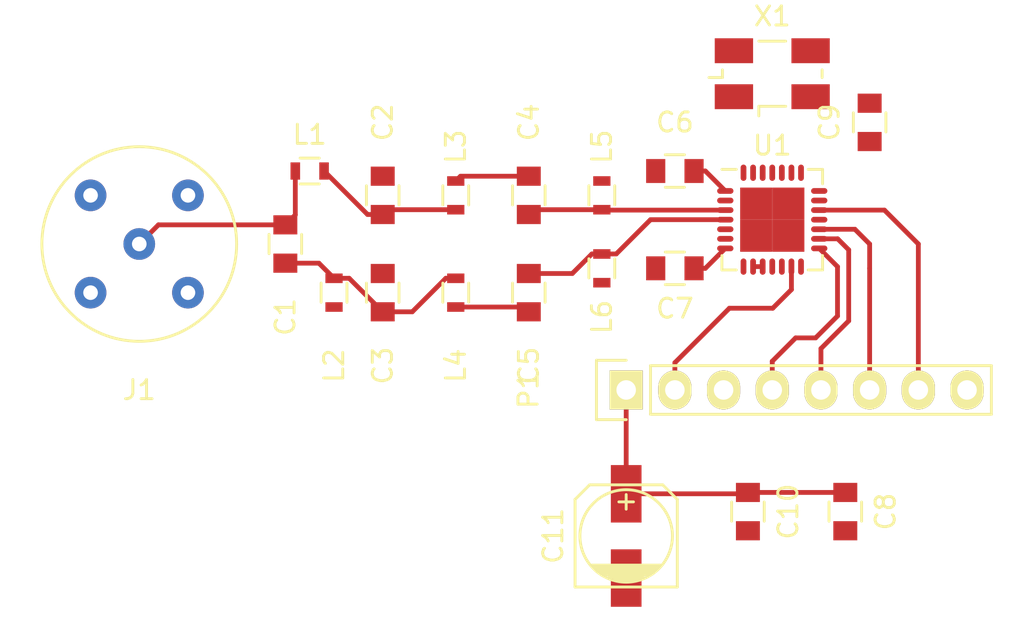
<source format=kicad_pcb>
(kicad_pcb (version 4) (host pcbnew 4.0.4-1.fc25-product)

  (general
    (links 47)
    (no_connects 23)
    (area 0 0 0 0)
    (thickness 1.6)
    (drawings 0)
    (tracks 62)
    (zones 0)
    (modules 21)
    (nets 33)
  )

  (page A4)
  (layers
    (0 F.Cu signal)
    (31 B.Cu signal)
    (32 B.Adhes user)
    (33 F.Adhes user)
    (34 B.Paste user)
    (35 F.Paste user)
    (36 B.SilkS user)
    (37 F.SilkS user)
    (38 B.Mask user)
    (39 F.Mask user)
    (40 Dwgs.User user)
    (41 Cmts.User user)
    (42 Eco1.User user)
    (43 Eco2.User user)
    (44 Edge.Cuts user)
    (45 Margin user)
    (46 B.CrtYd user)
    (47 F.CrtYd user)
    (48 B.Fab user)
    (49 F.Fab user)
  )

  (setup
    (last_trace_width 0.25)
    (trace_clearance 0.2)
    (zone_clearance 0.508)
    (zone_45_only no)
    (trace_min 0.2)
    (segment_width 0.2)
    (edge_width 0.15)
    (via_size 0.6)
    (via_drill 0.4)
    (via_min_size 0.4)
    (via_min_drill 0.3)
    (uvia_size 0.3)
    (uvia_drill 0.1)
    (uvias_allowed no)
    (uvia_min_size 0.2)
    (uvia_min_drill 0.1)
    (pcb_text_width 0.3)
    (pcb_text_size 1.5 1.5)
    (mod_edge_width 0.15)
    (mod_text_size 1 1)
    (mod_text_width 0.15)
    (pad_size 1.524 1.524)
    (pad_drill 0.762)
    (pad_to_mask_clearance 0.2)
    (aux_axis_origin 0 0)
    (visible_elements FFFFFF7F)
    (pcbplotparams
      (layerselection 0x00030_80000001)
      (usegerberextensions false)
      (excludeedgelayer true)
      (linewidth 0.100000)
      (plotframeref false)
      (viasonmask false)
      (mode 1)
      (useauxorigin false)
      (hpglpennumber 1)
      (hpglpenspeed 20)
      (hpglpendiameter 15)
      (hpglpenoverlay 2)
      (psnegative false)
      (psa4output false)
      (plotreference true)
      (plotvalue true)
      (plotinvisibletext false)
      (padsonsilk false)
      (subtractmaskfromsilk false)
      (outputformat 1)
      (mirror false)
      (drillshape 1)
      (scaleselection 1)
      (outputdirectory ""))
  )

  (net 0 "")
  (net 1 "Net-(C1-Pad1)")
  (net 2 ANT_OUT)
  (net 3 "Net-(C2-Pad1)")
  (net 4 "Net-(C2-Pad2)")
  (net 5 GND)
  (net 6 "Net-(C4-Pad1)")
  (net 7 "Net-(C4-Pad2)")
  (net 8 "Net-(C5-Pad1)")
  (net 9 "Net-(C5-Pad2)")
  (net 10 "Net-(C6-Pad1)")
  (net 11 "Net-(C7-Pad1)")
  (net 12 VDD)
  (net 13 SYSCLK)
  (net 14 SEL)
  (net 15 CLK)
  (net 16 MISO)
  (net 17 MOSI)
  (net 18 IRQ)
  (net 19 "Net-(U1-Pad5)")
  (net 20 "Net-(U1-Pad8)")
  (net 21 "Net-(U1-Pad10)")
  (net 22 "Net-(U1-Pad11)")
  (net 23 "Net-(U1-Pad12)")
  (net 24 ~SEL)
  (net 25 "Net-(U1-Pad18)")
  (net 26 "Net-(U1-Pad20)")
  (net 27 "Net-(U1-Pad21)")
  (net 28 "Net-(U1-Pad22)")
  (net 29 "Net-(U1-Pad24)")
  (net 30 "Net-(U1-Pad27)")
  (net 31 "Net-(U1-Pad28)")
  (net 32 "Net-(X1-Pad3)")

  (net_class Default "This is the default net class."
    (clearance 0.2)
    (trace_width 0.25)
    (via_dia 0.6)
    (via_drill 0.4)
    (uvia_dia 0.3)
    (uvia_drill 0.1)
    (add_net ANT_OUT)
    (add_net CLK)
    (add_net GND)
    (add_net IRQ)
    (add_net MISO)
    (add_net MOSI)
    (add_net "Net-(C1-Pad1)")
    (add_net "Net-(C2-Pad1)")
    (add_net "Net-(C2-Pad2)")
    (add_net "Net-(C4-Pad1)")
    (add_net "Net-(C4-Pad2)")
    (add_net "Net-(C5-Pad1)")
    (add_net "Net-(C5-Pad2)")
    (add_net "Net-(C6-Pad1)")
    (add_net "Net-(C7-Pad1)")
    (add_net "Net-(U1-Pad10)")
    (add_net "Net-(U1-Pad11)")
    (add_net "Net-(U1-Pad12)")
    (add_net "Net-(U1-Pad18)")
    (add_net "Net-(U1-Pad20)")
    (add_net "Net-(U1-Pad21)")
    (add_net "Net-(U1-Pad22)")
    (add_net "Net-(U1-Pad24)")
    (add_net "Net-(U1-Pad27)")
    (add_net "Net-(U1-Pad28)")
    (add_net "Net-(U1-Pad5)")
    (add_net "Net-(U1-Pad8)")
    (add_net "Net-(X1-Pad3)")
    (add_net SEL)
    (add_net SYSCLK)
    (add_net VDD)
    (add_net ~SEL)
  )

  (module Capacitors_SMD:C_0805 (layer F.Cu) (tedit 58827DF2) (tstamp 58827A34)
    (at 100.33 96.52 90)
    (descr "Capacitor SMD 0805, reflow soldering, AVX (see smccp.pdf)")
    (tags "capacitor 0805")
    (path /58823BCE)
    (attr smd)
    (fp_text reference C1 (at -3.81 0 90) (layer F.SilkS)
      (effects (font (size 1 1) (thickness 0.15)))
    )
    (fp_text value 5.1pF (at 0 2.1 90) (layer F.Fab)
      (effects (font (size 1 1) (thickness 0.15)))
    )
    (fp_line (start -1.8 -1) (end 1.8 -1) (layer F.CrtYd) (width 0.05))
    (fp_line (start -1.8 1) (end 1.8 1) (layer F.CrtYd) (width 0.05))
    (fp_line (start -1.8 -1) (end -1.8 1) (layer F.CrtYd) (width 0.05))
    (fp_line (start 1.8 -1) (end 1.8 1) (layer F.CrtYd) (width 0.05))
    (fp_line (start 0.5 -0.85) (end -0.5 -0.85) (layer F.SilkS) (width 0.15))
    (fp_line (start -0.5 0.85) (end 0.5 0.85) (layer F.SilkS) (width 0.15))
    (pad 1 smd rect (at -1 0 90) (size 1 1.25) (layers F.Cu F.Paste F.Mask)
      (net 1 "Net-(C1-Pad1)"))
    (pad 2 smd rect (at 1 0 90) (size 1 1.25) (layers F.Cu F.Paste F.Mask)
      (net 2 ANT_OUT))
    (model Capacitors_SMD.3dshapes/C_0805.wrl
      (at (xyz 0 0 0))
      (scale (xyz 1 1 1))
      (rotate (xyz 0 0 0))
    )
  )

  (module Capacitors_SMD:C_0805 (layer F.Cu) (tedit 58827D44) (tstamp 58827A3A)
    (at 105.41 93.98 270)
    (descr "Capacitor SMD 0805, reflow soldering, AVX (see smccp.pdf)")
    (tags "capacitor 0805")
    (path /5882375D)
    (attr smd)
    (fp_text reference C2 (at -3.81 0 270) (layer F.SilkS)
      (effects (font (size 1 1) (thickness 0.15)))
    )
    (fp_text value 11pF (at 0 2.1 270) (layer F.Fab)
      (effects (font (size 1 1) (thickness 0.15)))
    )
    (fp_line (start -1.8 -1) (end 1.8 -1) (layer F.CrtYd) (width 0.05))
    (fp_line (start -1.8 1) (end 1.8 1) (layer F.CrtYd) (width 0.05))
    (fp_line (start -1.8 -1) (end -1.8 1) (layer F.CrtYd) (width 0.05))
    (fp_line (start 1.8 -1) (end 1.8 1) (layer F.CrtYd) (width 0.05))
    (fp_line (start 0.5 -0.85) (end -0.5 -0.85) (layer F.SilkS) (width 0.15))
    (fp_line (start -0.5 0.85) (end 0.5 0.85) (layer F.SilkS) (width 0.15))
    (pad 1 smd rect (at -1 0 270) (size 1 1.25) (layers F.Cu F.Paste F.Mask)
      (net 3 "Net-(C2-Pad1)"))
    (pad 2 smd rect (at 1 0 270) (size 1 1.25) (layers F.Cu F.Paste F.Mask)
      (net 4 "Net-(C2-Pad2)"))
    (model Capacitors_SMD.3dshapes/C_0805.wrl
      (at (xyz 0 0 0))
      (scale (xyz 1 1 1))
      (rotate (xyz 0 0 0))
    )
  )

  (module Capacitors_SMD:C_0805 (layer F.Cu) (tedit 58827DD0) (tstamp 58827A40)
    (at 105.41 99.06 270)
    (descr "Capacitor SMD 0805, reflow soldering, AVX (see smccp.pdf)")
    (tags "capacitor 0805")
    (path /58823798)
    (attr smd)
    (fp_text reference C3 (at 3.81 0 270) (layer F.SilkS)
      (effects (font (size 1 1) (thickness 0.15)))
    )
    (fp_text value 5.6pF (at 0 2.1 270) (layer F.Fab)
      (effects (font (size 1 1) (thickness 0.15)))
    )
    (fp_line (start -1.8 -1) (end 1.8 -1) (layer F.CrtYd) (width 0.05))
    (fp_line (start -1.8 1) (end 1.8 1) (layer F.CrtYd) (width 0.05))
    (fp_line (start -1.8 -1) (end -1.8 1) (layer F.CrtYd) (width 0.05))
    (fp_line (start 1.8 -1) (end 1.8 1) (layer F.CrtYd) (width 0.05))
    (fp_line (start 0.5 -0.85) (end -0.5 -0.85) (layer F.SilkS) (width 0.15))
    (fp_line (start -0.5 0.85) (end 0.5 0.85) (layer F.SilkS) (width 0.15))
    (pad 1 smd rect (at -1 0 270) (size 1 1.25) (layers F.Cu F.Paste F.Mask)
      (net 5 GND))
    (pad 2 smd rect (at 1 0 270) (size 1 1.25) (layers F.Cu F.Paste F.Mask)
      (net 1 "Net-(C1-Pad1)"))
    (model Capacitors_SMD.3dshapes/C_0805.wrl
      (at (xyz 0 0 0))
      (scale (xyz 1 1 1))
      (rotate (xyz 0 0 0))
    )
  )

  (module Capacitors_SMD:C_0805 (layer F.Cu) (tedit 58827D3F) (tstamp 58827A46)
    (at 113.03 93.98 90)
    (descr "Capacitor SMD 0805, reflow soldering, AVX (see smccp.pdf)")
    (tags "capacitor 0805")
    (path /5882353E)
    (attr smd)
    (fp_text reference C4 (at 3.81 0 90) (layer F.SilkS)
      (effects (font (size 1 1) (thickness 0.15)))
    )
    (fp_text value 4.3pF (at 0 2.1 90) (layer F.Fab)
      (effects (font (size 1 1) (thickness 0.15)))
    )
    (fp_line (start -1.8 -1) (end 1.8 -1) (layer F.CrtYd) (width 0.05))
    (fp_line (start -1.8 1) (end 1.8 1) (layer F.CrtYd) (width 0.05))
    (fp_line (start -1.8 -1) (end -1.8 1) (layer F.CrtYd) (width 0.05))
    (fp_line (start 1.8 -1) (end 1.8 1) (layer F.CrtYd) (width 0.05))
    (fp_line (start 0.5 -0.85) (end -0.5 -0.85) (layer F.SilkS) (width 0.15))
    (fp_line (start -0.5 0.85) (end 0.5 0.85) (layer F.SilkS) (width 0.15))
    (pad 1 smd rect (at -1 0 90) (size 1 1.25) (layers F.Cu F.Paste F.Mask)
      (net 6 "Net-(C4-Pad1)"))
    (pad 2 smd rect (at 1 0 90) (size 1 1.25) (layers F.Cu F.Paste F.Mask)
      (net 7 "Net-(C4-Pad2)"))
    (model Capacitors_SMD.3dshapes/C_0805.wrl
      (at (xyz 0 0 0))
      (scale (xyz 1 1 1))
      (rotate (xyz 0 0 0))
    )
  )

  (module Capacitors_SMD:C_0805 (layer F.Cu) (tedit 58827DA6) (tstamp 58827A4C)
    (at 113.03 99.06 270)
    (descr "Capacitor SMD 0805, reflow soldering, AVX (see smccp.pdf)")
    (tags "capacitor 0805")
    (path /58823579)
    (attr smd)
    (fp_text reference C5 (at 3.81 0 270) (layer F.SilkS)
      (effects (font (size 1 1) (thickness 0.15)))
    )
    (fp_text value 4.3pF (at 0 2.1 270) (layer F.Fab)
      (effects (font (size 1 1) (thickness 0.15)))
    )
    (fp_line (start -1.8 -1) (end 1.8 -1) (layer F.CrtYd) (width 0.05))
    (fp_line (start -1.8 1) (end 1.8 1) (layer F.CrtYd) (width 0.05))
    (fp_line (start -1.8 -1) (end -1.8 1) (layer F.CrtYd) (width 0.05))
    (fp_line (start 1.8 -1) (end 1.8 1) (layer F.CrtYd) (width 0.05))
    (fp_line (start 0.5 -0.85) (end -0.5 -0.85) (layer F.SilkS) (width 0.15))
    (fp_line (start -0.5 0.85) (end 0.5 0.85) (layer F.SilkS) (width 0.15))
    (pad 1 smd rect (at -1 0 270) (size 1 1.25) (layers F.Cu F.Paste F.Mask)
      (net 8 "Net-(C5-Pad1)"))
    (pad 2 smd rect (at 1 0 270) (size 1 1.25) (layers F.Cu F.Paste F.Mask)
      (net 9 "Net-(C5-Pad2)"))
    (model Capacitors_SMD.3dshapes/C_0805.wrl
      (at (xyz 0 0 0))
      (scale (xyz 1 1 1))
      (rotate (xyz 0 0 0))
    )
  )

  (module Capacitors_SMD:C_0805 (layer F.Cu) (tedit 58827E7D) (tstamp 58827A52)
    (at 120.65 92.71 180)
    (descr "Capacitor SMD 0805, reflow soldering, AVX (see smccp.pdf)")
    (tags "capacitor 0805")
    (path /58823DFC)
    (attr smd)
    (fp_text reference C6 (at 0 2.54 180) (layer F.SilkS)
      (effects (font (size 1 1) (thickness 0.15)))
    )
    (fp_text value 10nF (at 0 2.1 180) (layer F.Fab)
      (effects (font (size 1 1) (thickness 0.15)))
    )
    (fp_line (start -1.8 -1) (end 1.8 -1) (layer F.CrtYd) (width 0.05))
    (fp_line (start -1.8 1) (end 1.8 1) (layer F.CrtYd) (width 0.05))
    (fp_line (start -1.8 -1) (end -1.8 1) (layer F.CrtYd) (width 0.05))
    (fp_line (start 1.8 -1) (end 1.8 1) (layer F.CrtYd) (width 0.05))
    (fp_line (start 0.5 -0.85) (end -0.5 -0.85) (layer F.SilkS) (width 0.15))
    (fp_line (start -0.5 0.85) (end 0.5 0.85) (layer F.SilkS) (width 0.15))
    (pad 1 smd rect (at -1 0 180) (size 1 1.25) (layers F.Cu F.Paste F.Mask)
      (net 10 "Net-(C6-Pad1)"))
    (pad 2 smd rect (at 1 0 180) (size 1 1.25) (layers F.Cu F.Paste F.Mask)
      (net 3 "Net-(C2-Pad1)"))
    (model Capacitors_SMD.3dshapes/C_0805.wrl
      (at (xyz 0 0 0))
      (scale (xyz 1 1 1))
      (rotate (xyz 0 0 0))
    )
  )

  (module Capacitors_SMD:C_0805 (layer F.Cu) (tedit 5415D6EA) (tstamp 58827A58)
    (at 120.65 97.79 180)
    (descr "Capacitor SMD 0805, reflow soldering, AVX (see smccp.pdf)")
    (tags "capacitor 0805")
    (path /588233D2)
    (attr smd)
    (fp_text reference C7 (at 0 -2.1 180) (layer F.SilkS)
      (effects (font (size 1 1) (thickness 0.15)))
    )
    (fp_text value 10nF (at 0 2.1 180) (layer F.Fab)
      (effects (font (size 1 1) (thickness 0.15)))
    )
    (fp_line (start -1.8 -1) (end 1.8 -1) (layer F.CrtYd) (width 0.05))
    (fp_line (start -1.8 1) (end 1.8 1) (layer F.CrtYd) (width 0.05))
    (fp_line (start -1.8 -1) (end -1.8 1) (layer F.CrtYd) (width 0.05))
    (fp_line (start 1.8 -1) (end 1.8 1) (layer F.CrtYd) (width 0.05))
    (fp_line (start 0.5 -0.85) (end -0.5 -0.85) (layer F.SilkS) (width 0.15))
    (fp_line (start -0.5 0.85) (end 0.5 0.85) (layer F.SilkS) (width 0.15))
    (pad 1 smd rect (at -1 0 180) (size 1 1.25) (layers F.Cu F.Paste F.Mask)
      (net 11 "Net-(C7-Pad1)"))
    (pad 2 smd rect (at 1 0 180) (size 1 1.25) (layers F.Cu F.Paste F.Mask)
      (net 5 GND))
    (model Capacitors_SMD.3dshapes/C_0805.wrl
      (at (xyz 0 0 0))
      (scale (xyz 1 1 1))
      (rotate (xyz 0 0 0))
    )
  )

  (module Capacitors_SMD:C_0805 (layer F.Cu) (tedit 5415D6EA) (tstamp 58827A5E)
    (at 129.54 110.49 270)
    (descr "Capacitor SMD 0805, reflow soldering, AVX (see smccp.pdf)")
    (tags "capacitor 0805")
    (path /588241EC)
    (attr smd)
    (fp_text reference C8 (at 0 -2.1 270) (layer F.SilkS)
      (effects (font (size 1 1) (thickness 0.15)))
    )
    (fp_text value 100nF (at 0 2.1 270) (layer F.Fab)
      (effects (font (size 1 1) (thickness 0.15)))
    )
    (fp_line (start -1.8 -1) (end 1.8 -1) (layer F.CrtYd) (width 0.05))
    (fp_line (start -1.8 1) (end 1.8 1) (layer F.CrtYd) (width 0.05))
    (fp_line (start -1.8 -1) (end -1.8 1) (layer F.CrtYd) (width 0.05))
    (fp_line (start 1.8 -1) (end 1.8 1) (layer F.CrtYd) (width 0.05))
    (fp_line (start 0.5 -0.85) (end -0.5 -0.85) (layer F.SilkS) (width 0.15))
    (fp_line (start -0.5 0.85) (end 0.5 0.85) (layer F.SilkS) (width 0.15))
    (pad 1 smd rect (at -1 0 270) (size 1 1.25) (layers F.Cu F.Paste F.Mask)
      (net 12 VDD))
    (pad 2 smd rect (at 1 0 270) (size 1 1.25) (layers F.Cu F.Paste F.Mask)
      (net 5 GND))
    (model Capacitors_SMD.3dshapes/C_0805.wrl
      (at (xyz 0 0 0))
      (scale (xyz 1 1 1))
      (rotate (xyz 0 0 0))
    )
  )

  (module Capacitors_SMD:C_0805 (layer F.Cu) (tedit 5415D6EA) (tstamp 58827A64)
    (at 130.81 90.17 90)
    (descr "Capacitor SMD 0805, reflow soldering, AVX (see smccp.pdf)")
    (tags "capacitor 0805")
    (path /588274AD)
    (attr smd)
    (fp_text reference C9 (at 0 -2.1 90) (layer F.SilkS)
      (effects (font (size 1 1) (thickness 0.15)))
    )
    (fp_text value 100pF (at 0 2.1 90) (layer F.Fab)
      (effects (font (size 1 1) (thickness 0.15)))
    )
    (fp_line (start -1.8 -1) (end 1.8 -1) (layer F.CrtYd) (width 0.05))
    (fp_line (start -1.8 1) (end 1.8 1) (layer F.CrtYd) (width 0.05))
    (fp_line (start -1.8 -1) (end -1.8 1) (layer F.CrtYd) (width 0.05))
    (fp_line (start 1.8 -1) (end 1.8 1) (layer F.CrtYd) (width 0.05))
    (fp_line (start 0.5 -0.85) (end -0.5 -0.85) (layer F.SilkS) (width 0.15))
    (fp_line (start -0.5 0.85) (end 0.5 0.85) (layer F.SilkS) (width 0.15))
    (pad 1 smd rect (at -1 0 90) (size 1 1.25) (layers F.Cu F.Paste F.Mask)
      (net 12 VDD))
    (pad 2 smd rect (at 1 0 90) (size 1 1.25) (layers F.Cu F.Paste F.Mask)
      (net 5 GND))
    (model Capacitors_SMD.3dshapes/C_0805.wrl
      (at (xyz 0 0 0))
      (scale (xyz 1 1 1))
      (rotate (xyz 0 0 0))
    )
  )

  (module Capacitors_SMD:C_0805 (layer F.Cu) (tedit 5415D6EA) (tstamp 58827A6A)
    (at 124.46 110.49 270)
    (descr "Capacitor SMD 0805, reflow soldering, AVX (see smccp.pdf)")
    (tags "capacitor 0805")
    (path /5882742D)
    (attr smd)
    (fp_text reference C10 (at 0 -2.1 270) (layer F.SilkS)
      (effects (font (size 1 1) (thickness 0.15)))
    )
    (fp_text value 1uF (at 0 2.1 270) (layer F.Fab)
      (effects (font (size 1 1) (thickness 0.15)))
    )
    (fp_line (start -1.8 -1) (end 1.8 -1) (layer F.CrtYd) (width 0.05))
    (fp_line (start -1.8 1) (end 1.8 1) (layer F.CrtYd) (width 0.05))
    (fp_line (start -1.8 -1) (end -1.8 1) (layer F.CrtYd) (width 0.05))
    (fp_line (start 1.8 -1) (end 1.8 1) (layer F.CrtYd) (width 0.05))
    (fp_line (start 0.5 -0.85) (end -0.5 -0.85) (layer F.SilkS) (width 0.15))
    (fp_line (start -0.5 0.85) (end 0.5 0.85) (layer F.SilkS) (width 0.15))
    (pad 1 smd rect (at -1 0 270) (size 1 1.25) (layers F.Cu F.Paste F.Mask)
      (net 12 VDD))
    (pad 2 smd rect (at 1 0 270) (size 1 1.25) (layers F.Cu F.Paste F.Mask)
      (net 5 GND))
    (model Capacitors_SMD.3dshapes/C_0805.wrl
      (at (xyz 0 0 0))
      (scale (xyz 1 1 1))
      (rotate (xyz 0 0 0))
    )
  )

  (module Capacitors_SMD:c_elec_5x5.3 (layer F.Cu) (tedit 55725CA0) (tstamp 58827A70)
    (at 118.11 111.76 90)
    (descr "SMT capacitor, aluminium electrolytic, 5x5.3")
    (path /588275C9)
    (attr smd)
    (fp_text reference C11 (at 0 -3.81 90) (layer F.SilkS)
      (effects (font (size 1 1) (thickness 0.15)))
    )
    (fp_text value 10uF (at 0 3.81 90) (layer F.Fab)
      (effects (font (size 1 1) (thickness 0.15)))
    )
    (fp_line (start -3.95 -3) (end 3.95 -3) (layer F.CrtYd) (width 0.05))
    (fp_line (start 3.95 -3) (end 3.95 3) (layer F.CrtYd) (width 0.05))
    (fp_line (start 3.95 3) (end -3.95 3) (layer F.CrtYd) (width 0.05))
    (fp_line (start -3.95 3) (end -3.95 -3) (layer F.CrtYd) (width 0.05))
    (fp_line (start -2.286 -0.635) (end -2.286 0.762) (layer F.SilkS) (width 0.15))
    (fp_line (start -2.159 -0.889) (end -2.159 0.889) (layer F.SilkS) (width 0.15))
    (fp_line (start -2.032 -1.27) (end -2.032 1.27) (layer F.SilkS) (width 0.15))
    (fp_line (start -1.905 1.397) (end -1.905 -1.397) (layer F.SilkS) (width 0.15))
    (fp_line (start -1.778 -1.524) (end -1.778 1.524) (layer F.SilkS) (width 0.15))
    (fp_line (start -1.651 1.651) (end -1.651 -1.651) (layer F.SilkS) (width 0.15))
    (fp_line (start -1.524 -1.778) (end -1.524 1.778) (layer F.SilkS) (width 0.15))
    (fp_line (start -2.667 -2.667) (end 1.905 -2.667) (layer F.SilkS) (width 0.15))
    (fp_line (start 1.905 -2.667) (end 2.667 -1.905) (layer F.SilkS) (width 0.15))
    (fp_line (start 2.667 -1.905) (end 2.667 1.905) (layer F.SilkS) (width 0.15))
    (fp_line (start 2.667 1.905) (end 1.905 2.667) (layer F.SilkS) (width 0.15))
    (fp_line (start 1.905 2.667) (end -2.667 2.667) (layer F.SilkS) (width 0.15))
    (fp_line (start -2.667 2.667) (end -2.667 -2.667) (layer F.SilkS) (width 0.15))
    (fp_line (start 2.159 0) (end 1.397 0) (layer F.SilkS) (width 0.15))
    (fp_line (start 1.778 -0.381) (end 1.778 0.381) (layer F.SilkS) (width 0.15))
    (fp_circle (center 0 0) (end -2.413 0) (layer F.SilkS) (width 0.15))
    (pad 1 smd rect (at 2.19964 0 90) (size 2.99974 1.6002) (layers F.Cu F.Paste F.Mask)
      (net 12 VDD))
    (pad 2 smd rect (at -2.19964 0 90) (size 2.99974 1.6002) (layers F.Cu F.Paste F.Mask)
      (net 5 GND))
    (model Capacitors_SMD.3dshapes/c_elec_5x5.3.wrl
      (at (xyz 0 0 0))
      (scale (xyz 1 1 1))
      (rotate (xyz 0 0 0))
    )
  )

  (module RDODEV:SMACONN (layer F.Cu) (tedit 5882781D) (tstamp 58827A79)
    (at 92.71 96.52)
    (path /58825FF1)
    (fp_text reference J1 (at 0 7.62) (layer F.SilkS)
      (effects (font (size 1 1) (thickness 0.15)))
    )
    (fp_text value SMA (at 0 -7.62) (layer F.Fab)
      (effects (font (size 1 1) (thickness 0.15)))
    )
    (fp_circle (center 0 0) (end 5.08 0) (layer F.SilkS) (width 0.15))
    (pad 1 thru_hole circle (at 0 0) (size 1.651 1.651) (drill 0.762) (layers *.Cu *.Mask)
      (net 2 ANT_OUT))
    (pad 2 thru_hole circle (at 2.54 -2.54) (size 1.651 1.651) (drill 0.762) (layers *.Cu *.Mask)
      (net 5 GND))
    (pad 2 thru_hole circle (at 2.54 2.54) (size 1.651 1.651) (drill 0.762) (layers *.Cu *.Mask)
      (net 5 GND))
    (pad 2 thru_hole circle (at -2.54 2.54) (size 1.651 1.651) (drill 0.762) (layers *.Cu *.Mask)
      (net 5 GND))
    (pad 2 thru_hole circle (at -2.54 -2.54) (size 1.651 1.651) (drill 0.762) (layers *.Cu *.Mask)
      (net 5 GND))
  )

  (module Resistors_SMD:R_0603 (layer F.Cu) (tedit 58827B39) (tstamp 58827A7F)
    (at 101.6 92.71)
    (descr "Resistor SMD 0603, reflow soldering, Vishay (see dcrcw.pdf)")
    (tags "resistor 0603")
    (path /588239B7)
    (attr smd)
    (fp_text reference L1 (at 0 -1.9) (layer F.SilkS)
      (effects (font (size 1 1) (thickness 0.15)))
    )
    (fp_text value 27nH (at 2.54 -1.27 90) (layer F.Fab)
      (effects (font (size 1 1) (thickness 0.15)))
    )
    (fp_line (start -1.3 -0.8) (end 1.3 -0.8) (layer F.CrtYd) (width 0.05))
    (fp_line (start -1.3 0.8) (end 1.3 0.8) (layer F.CrtYd) (width 0.05))
    (fp_line (start -1.3 -0.8) (end -1.3 0.8) (layer F.CrtYd) (width 0.05))
    (fp_line (start 1.3 -0.8) (end 1.3 0.8) (layer F.CrtYd) (width 0.05))
    (fp_line (start 0.5 0.675) (end -0.5 0.675) (layer F.SilkS) (width 0.15))
    (fp_line (start -0.5 -0.675) (end 0.5 -0.675) (layer F.SilkS) (width 0.15))
    (pad 1 smd rect (at -0.75 0) (size 0.5 0.9) (layers F.Cu F.Paste F.Mask)
      (net 2 ANT_OUT))
    (pad 2 smd rect (at 0.75 0) (size 0.5 0.9) (layers F.Cu F.Paste F.Mask)
      (net 4 "Net-(C2-Pad2)"))
    (model Resistors_SMD.3dshapes/R_0603.wrl
      (at (xyz 0 0 0))
      (scale (xyz 1 1 1))
      (rotate (xyz 0 0 0))
    )
  )

  (module Resistors_SMD:R_0603 (layer F.Cu) (tedit 58827DEF) (tstamp 58827A85)
    (at 102.87 99.06 90)
    (descr "Resistor SMD 0603, reflow soldering, Vishay (see dcrcw.pdf)")
    (tags "resistor 0603")
    (path /58823946)
    (attr smd)
    (fp_text reference L2 (at -3.81 0 90) (layer F.SilkS)
      (effects (font (size 1 1) (thickness 0.15)))
    )
    (fp_text value 27nH (at 0 1.9 90) (layer F.Fab)
      (effects (font (size 1 1) (thickness 0.15)))
    )
    (fp_line (start -1.3 -0.8) (end 1.3 -0.8) (layer F.CrtYd) (width 0.05))
    (fp_line (start -1.3 0.8) (end 1.3 0.8) (layer F.CrtYd) (width 0.05))
    (fp_line (start -1.3 -0.8) (end -1.3 0.8) (layer F.CrtYd) (width 0.05))
    (fp_line (start 1.3 -0.8) (end 1.3 0.8) (layer F.CrtYd) (width 0.05))
    (fp_line (start 0.5 0.675) (end -0.5 0.675) (layer F.SilkS) (width 0.15))
    (fp_line (start -0.5 -0.675) (end 0.5 -0.675) (layer F.SilkS) (width 0.15))
    (pad 1 smd rect (at -0.75 0 90) (size 0.5 0.9) (layers F.Cu F.Paste F.Mask)
      (net 5 GND))
    (pad 2 smd rect (at 0.75 0 90) (size 0.5 0.9) (layers F.Cu F.Paste F.Mask)
      (net 1 "Net-(C1-Pad1)"))
    (model Resistors_SMD.3dshapes/R_0603.wrl
      (at (xyz 0 0 0))
      (scale (xyz 1 1 1))
      (rotate (xyz 0 0 0))
    )
  )

  (module Resistors_SMD:R_0603 (layer F.Cu) (tedit 58827D45) (tstamp 58827A8B)
    (at 109.22 93.98 90)
    (descr "Resistor SMD 0603, reflow soldering, Vishay (see dcrcw.pdf)")
    (tags "resistor 0603")
    (path /58823631)
    (attr smd)
    (fp_text reference L3 (at 2.54 0 90) (layer F.SilkS)
      (effects (font (size 1 1) (thickness 0.15)))
    )
    (fp_text value 43nH (at 0 1.9 90) (layer F.Fab)
      (effects (font (size 1 1) (thickness 0.15)))
    )
    (fp_line (start -1.3 -0.8) (end 1.3 -0.8) (layer F.CrtYd) (width 0.05))
    (fp_line (start -1.3 0.8) (end 1.3 0.8) (layer F.CrtYd) (width 0.05))
    (fp_line (start -1.3 -0.8) (end -1.3 0.8) (layer F.CrtYd) (width 0.05))
    (fp_line (start 1.3 -0.8) (end 1.3 0.8) (layer F.CrtYd) (width 0.05))
    (fp_line (start 0.5 0.675) (end -0.5 0.675) (layer F.SilkS) (width 0.15))
    (fp_line (start -0.5 -0.675) (end 0.5 -0.675) (layer F.SilkS) (width 0.15))
    (pad 1 smd rect (at -0.75 0 90) (size 0.5 0.9) (layers F.Cu F.Paste F.Mask)
      (net 4 "Net-(C2-Pad2)"))
    (pad 2 smd rect (at 0.75 0 90) (size 0.5 0.9) (layers F.Cu F.Paste F.Mask)
      (net 7 "Net-(C4-Pad2)"))
    (model Resistors_SMD.3dshapes/R_0603.wrl
      (at (xyz 0 0 0))
      (scale (xyz 1 1 1))
      (rotate (xyz 0 0 0))
    )
  )

  (module Resistors_SMD:R_0603 (layer F.Cu) (tedit 58827DB9) (tstamp 58827A91)
    (at 109.22 99.06 90)
    (descr "Resistor SMD 0603, reflow soldering, Vishay (see dcrcw.pdf)")
    (tags "resistor 0603")
    (path /5882368A)
    (attr smd)
    (fp_text reference L4 (at -3.81 0 90) (layer F.SilkS)
      (effects (font (size 1 1) (thickness 0.15)))
    )
    (fp_text value 43nH (at 0 1.9 90) (layer F.Fab)
      (effects (font (size 1 1) (thickness 0.15)))
    )
    (fp_line (start -1.3 -0.8) (end 1.3 -0.8) (layer F.CrtYd) (width 0.05))
    (fp_line (start -1.3 0.8) (end 1.3 0.8) (layer F.CrtYd) (width 0.05))
    (fp_line (start -1.3 -0.8) (end -1.3 0.8) (layer F.CrtYd) (width 0.05))
    (fp_line (start 1.3 -0.8) (end 1.3 0.8) (layer F.CrtYd) (width 0.05))
    (fp_line (start 0.5 0.675) (end -0.5 0.675) (layer F.SilkS) (width 0.15))
    (fp_line (start -0.5 -0.675) (end 0.5 -0.675) (layer F.SilkS) (width 0.15))
    (pad 1 smd rect (at -0.75 0 90) (size 0.5 0.9) (layers F.Cu F.Paste F.Mask)
      (net 9 "Net-(C5-Pad2)"))
    (pad 2 smd rect (at 0.75 0 90) (size 0.5 0.9) (layers F.Cu F.Paste F.Mask)
      (net 1 "Net-(C1-Pad1)"))
    (model Resistors_SMD.3dshapes/R_0603.wrl
      (at (xyz 0 0 0))
      (scale (xyz 1 1 1))
      (rotate (xyz 0 0 0))
    )
  )

  (module Resistors_SMD:R_0603 (layer F.Cu) (tedit 58827D39) (tstamp 58827A97)
    (at 116.84 93.98 270)
    (descr "Resistor SMD 0603, reflow soldering, Vishay (see dcrcw.pdf)")
    (tags "resistor 0603")
    (path /58823484)
    (attr smd)
    (fp_text reference L5 (at -2.54 0 270) (layer F.SilkS)
      (effects (font (size 1 1) (thickness 0.15)))
    )
    (fp_text value 100nH (at 0 1.9 270) (layer F.Fab)
      (effects (font (size 1 1) (thickness 0.15)))
    )
    (fp_line (start -1.3 -0.8) (end 1.3 -0.8) (layer F.CrtYd) (width 0.05))
    (fp_line (start -1.3 0.8) (end 1.3 0.8) (layer F.CrtYd) (width 0.05))
    (fp_line (start -1.3 -0.8) (end -1.3 0.8) (layer F.CrtYd) (width 0.05))
    (fp_line (start 1.3 -0.8) (end 1.3 0.8) (layer F.CrtYd) (width 0.05))
    (fp_line (start 0.5 0.675) (end -0.5 0.675) (layer F.SilkS) (width 0.15))
    (fp_line (start -0.5 -0.675) (end 0.5 -0.675) (layer F.SilkS) (width 0.15))
    (pad 1 smd rect (at -0.75 0 270) (size 0.5 0.9) (layers F.Cu F.Paste F.Mask)
      (net 3 "Net-(C2-Pad1)"))
    (pad 2 smd rect (at 0.75 0 270) (size 0.5 0.9) (layers F.Cu F.Paste F.Mask)
      (net 6 "Net-(C4-Pad1)"))
    (model Resistors_SMD.3dshapes/R_0603.wrl
      (at (xyz 0 0 0))
      (scale (xyz 1 1 1))
      (rotate (xyz 0 0 0))
    )
  )

  (module Resistors_SMD:R_0603 (layer F.Cu) (tedit 58827D4D) (tstamp 58827A9D)
    (at 116.84 97.79 270)
    (descr "Resistor SMD 0603, reflow soldering, Vishay (see dcrcw.pdf)")
    (tags "resistor 0603")
    (path /5882343B)
    (attr smd)
    (fp_text reference L6 (at 2.54 0 270) (layer F.SilkS)
      (effects (font (size 1 1) (thickness 0.15)))
    )
    (fp_text value 100nH (at 0 1.9 270) (layer F.Fab)
      (effects (font (size 1 1) (thickness 0.15)))
    )
    (fp_line (start -1.3 -0.8) (end 1.3 -0.8) (layer F.CrtYd) (width 0.05))
    (fp_line (start -1.3 0.8) (end 1.3 0.8) (layer F.CrtYd) (width 0.05))
    (fp_line (start -1.3 -0.8) (end -1.3 0.8) (layer F.CrtYd) (width 0.05))
    (fp_line (start 1.3 -0.8) (end 1.3 0.8) (layer F.CrtYd) (width 0.05))
    (fp_line (start 0.5 0.675) (end -0.5 0.675) (layer F.SilkS) (width 0.15))
    (fp_line (start -0.5 -0.675) (end 0.5 -0.675) (layer F.SilkS) (width 0.15))
    (pad 1 smd rect (at -0.75 0 270) (size 0.5 0.9) (layers F.Cu F.Paste F.Mask)
      (net 8 "Net-(C5-Pad1)"))
    (pad 2 smd rect (at 0.75 0 270) (size 0.5 0.9) (layers F.Cu F.Paste F.Mask)
      (net 5 GND))
    (model Resistors_SMD.3dshapes/R_0603.wrl
      (at (xyz 0 0 0))
      (scale (xyz 1 1 1))
      (rotate (xyz 0 0 0))
    )
  )

  (module Pin_Headers:Pin_Header_Straight_1x08 (layer F.Cu) (tedit 0) (tstamp 58827AA9)
    (at 118.11 104.14 90)
    (descr "Through hole pin header")
    (tags "pin header")
    (path /5882533B)
    (fp_text reference P1 (at 0 -5.1 90) (layer F.SilkS)
      (effects (font (size 1 1) (thickness 0.15)))
    )
    (fp_text value CONN_01X08 (at 0 -3.1 90) (layer F.Fab)
      (effects (font (size 1 1) (thickness 0.15)))
    )
    (fp_line (start -1.75 -1.75) (end -1.75 19.55) (layer F.CrtYd) (width 0.05))
    (fp_line (start 1.75 -1.75) (end 1.75 19.55) (layer F.CrtYd) (width 0.05))
    (fp_line (start -1.75 -1.75) (end 1.75 -1.75) (layer F.CrtYd) (width 0.05))
    (fp_line (start -1.75 19.55) (end 1.75 19.55) (layer F.CrtYd) (width 0.05))
    (fp_line (start 1.27 1.27) (end 1.27 19.05) (layer F.SilkS) (width 0.15))
    (fp_line (start 1.27 19.05) (end -1.27 19.05) (layer F.SilkS) (width 0.15))
    (fp_line (start -1.27 19.05) (end -1.27 1.27) (layer F.SilkS) (width 0.15))
    (fp_line (start 1.55 -1.55) (end 1.55 0) (layer F.SilkS) (width 0.15))
    (fp_line (start 1.27 1.27) (end -1.27 1.27) (layer F.SilkS) (width 0.15))
    (fp_line (start -1.55 0) (end -1.55 -1.55) (layer F.SilkS) (width 0.15))
    (fp_line (start -1.55 -1.55) (end 1.55 -1.55) (layer F.SilkS) (width 0.15))
    (pad 1 thru_hole rect (at 0 0 90) (size 2.032 1.7272) (drill 1.016) (layers *.Cu *.Mask F.SilkS)
      (net 12 VDD))
    (pad 2 thru_hole oval (at 0 2.54 90) (size 2.032 1.7272) (drill 1.016) (layers *.Cu *.Mask F.SilkS)
      (net 13 SYSCLK))
    (pad 3 thru_hole oval (at 0 5.08 90) (size 2.032 1.7272) (drill 1.016) (layers *.Cu *.Mask F.SilkS)
      (net 14 SEL))
    (pad 4 thru_hole oval (at 0 7.62 90) (size 2.032 1.7272) (drill 1.016) (layers *.Cu *.Mask F.SilkS)
      (net 15 CLK))
    (pad 5 thru_hole oval (at 0 10.16 90) (size 2.032 1.7272) (drill 1.016) (layers *.Cu *.Mask F.SilkS)
      (net 16 MISO))
    (pad 6 thru_hole oval (at 0 12.7 90) (size 2.032 1.7272) (drill 1.016) (layers *.Cu *.Mask F.SilkS)
      (net 17 MOSI))
    (pad 7 thru_hole oval (at 0 15.24 90) (size 2.032 1.7272) (drill 1.016) (layers *.Cu *.Mask F.SilkS)
      (net 18 IRQ))
    (pad 8 thru_hole oval (at 0 17.78 90) (size 2.032 1.7272) (drill 1.016) (layers *.Cu *.Mask F.SilkS)
      (net 5 GND))
    (model Pin_Headers.3dshapes/Pin_Header_Straight_1x08.wrl
      (at (xyz 0 -0.35 0))
      (scale (xyz 1 1 1))
      (rotate (xyz 0 0 90))
    )
  )

  (module Housings_DFN_QFN:QFN-28-1EP_5x5mm_Pitch0.5mm (layer F.Cu) (tedit 54130A77) (tstamp 58827ACD)
    (at 125.73 95.25)
    (descr "28-Lead Plastic Quad Flat, No Lead Package (MQ) - 5x5x0.9 mm Body [QFN or VQFN]; (see Microchip Packaging Specification 00000049BS.pdf)")
    (tags "QFN 0.5")
    (path /588155CD)
    (attr smd)
    (fp_text reference U1 (at 0 -3.875) (layer F.SilkS)
      (effects (font (size 1 1) (thickness 0.15)))
    )
    (fp_text value AX5043 (at 0 3.875) (layer F.Fab)
      (effects (font (size 1 1) (thickness 0.15)))
    )
    (fp_line (start -3.15 -3.15) (end -3.15 3.15) (layer F.CrtYd) (width 0.05))
    (fp_line (start 3.15 -3.15) (end 3.15 3.15) (layer F.CrtYd) (width 0.05))
    (fp_line (start -3.15 -3.15) (end 3.15 -3.15) (layer F.CrtYd) (width 0.05))
    (fp_line (start -3.15 3.15) (end 3.15 3.15) (layer F.CrtYd) (width 0.05))
    (fp_line (start 2.625 -2.625) (end 2.625 -1.875) (layer F.SilkS) (width 0.15))
    (fp_line (start -2.625 2.625) (end -2.625 1.875) (layer F.SilkS) (width 0.15))
    (fp_line (start 2.625 2.625) (end 2.625 1.875) (layer F.SilkS) (width 0.15))
    (fp_line (start -2.625 -2.625) (end -1.875 -2.625) (layer F.SilkS) (width 0.15))
    (fp_line (start -2.625 2.625) (end -1.875 2.625) (layer F.SilkS) (width 0.15))
    (fp_line (start 2.625 2.625) (end 1.875 2.625) (layer F.SilkS) (width 0.15))
    (fp_line (start 2.625 -2.625) (end 1.875 -2.625) (layer F.SilkS) (width 0.15))
    (pad 1 smd oval (at -2.45 -1.5) (size 0.85 0.3) (layers F.Cu F.Paste F.Mask)
      (net 10 "Net-(C6-Pad1)"))
    (pad 2 smd oval (at -2.45 -1) (size 0.85 0.3) (layers F.Cu F.Paste F.Mask)
      (net 3 "Net-(C2-Pad1)"))
    (pad 3 smd oval (at -2.45 -0.5) (size 0.85 0.3) (layers F.Cu F.Paste F.Mask)
      (net 6 "Net-(C4-Pad1)"))
    (pad 4 smd oval (at -2.45 0) (size 0.85 0.3) (layers F.Cu F.Paste F.Mask)
      (net 8 "Net-(C5-Pad1)"))
    (pad 5 smd oval (at -2.45 0.5) (size 0.85 0.3) (layers F.Cu F.Paste F.Mask)
      (net 19 "Net-(U1-Pad5)"))
    (pad 6 smd oval (at -2.45 1) (size 0.85 0.3) (layers F.Cu F.Paste F.Mask)
      (net 5 GND))
    (pad 7 smd oval (at -2.45 1.5) (size 0.85 0.3) (layers F.Cu F.Paste F.Mask)
      (net 11 "Net-(C7-Pad1)"))
    (pad 8 smd oval (at -1.5 2.45 90) (size 0.85 0.3) (layers F.Cu F.Paste F.Mask)
      (net 20 "Net-(U1-Pad8)"))
    (pad 9 smd oval (at -1 2.45 90) (size 0.85 0.3) (layers F.Cu F.Paste F.Mask)
      (net 21 "Net-(U1-Pad10)"))
    (pad 10 smd oval (at -0.5 2.45 90) (size 0.85 0.3) (layers F.Cu F.Paste F.Mask)
      (net 21 "Net-(U1-Pad10)"))
    (pad 11 smd oval (at 0 2.45 90) (size 0.85 0.3) (layers F.Cu F.Paste F.Mask)
      (net 22 "Net-(U1-Pad11)"))
    (pad 12 smd oval (at 0.5 2.45 90) (size 0.85 0.3) (layers F.Cu F.Paste F.Mask)
      (net 23 "Net-(U1-Pad12)"))
    (pad 13 smd oval (at 1 2.45 90) (size 0.85 0.3) (layers F.Cu F.Paste F.Mask)
      (net 13 SYSCLK))
    (pad 14 smd oval (at 1.5 2.45 90) (size 0.85 0.3) (layers F.Cu F.Paste F.Mask)
      (net 24 ~SEL))
    (pad 15 smd oval (at 2.45 1.5) (size 0.85 0.3) (layers F.Cu F.Paste F.Mask)
      (net 15 CLK))
    (pad 16 smd oval (at 2.45 1) (size 0.85 0.3) (layers F.Cu F.Paste F.Mask)
      (net 16 MISO))
    (pad 17 smd oval (at 2.45 0.5) (size 0.85 0.3) (layers F.Cu F.Paste F.Mask)
      (net 17 MOSI))
    (pad 18 smd oval (at 2.45 0) (size 0.85 0.3) (layers F.Cu F.Paste F.Mask)
      (net 25 "Net-(U1-Pad18)"))
    (pad 19 smd oval (at 2.45 -0.5) (size 0.85 0.3) (layers F.Cu F.Paste F.Mask)
      (net 18 IRQ))
    (pad 20 smd oval (at 2.45 -1) (size 0.85 0.3) (layers F.Cu F.Paste F.Mask)
      (net 26 "Net-(U1-Pad20)"))
    (pad 21 smd oval (at 2.45 -1.5) (size 0.85 0.3) (layers F.Cu F.Paste F.Mask)
      (net 27 "Net-(U1-Pad21)"))
    (pad 22 smd oval (at 1.5 -2.45 90) (size 0.85 0.3) (layers F.Cu F.Paste F.Mask)
      (net 28 "Net-(U1-Pad22)"))
    (pad 23 smd oval (at 1 -2.45 90) (size 0.85 0.3) (layers F.Cu F.Paste F.Mask)
      (net 12 VDD))
    (pad 24 smd oval (at 0.5 -2.45 90) (size 0.85 0.3) (layers F.Cu F.Paste F.Mask)
      (net 29 "Net-(U1-Pad24)"))
    (pad 25 smd oval (at 0 -2.45 90) (size 0.85 0.3) (layers F.Cu F.Paste F.Mask)
      (net 5 GND))
    (pad 26 smd oval (at -0.5 -2.45 90) (size 0.85 0.3) (layers F.Cu F.Paste F.Mask)
      (net 5 GND))
    (pad 27 smd oval (at -1 -2.45 90) (size 0.85 0.3) (layers F.Cu F.Paste F.Mask)
      (net 30 "Net-(U1-Pad27)"))
    (pad 28 smd oval (at -1.5 -2.45 90) (size 0.85 0.3) (layers F.Cu F.Paste F.Mask)
      (net 31 "Net-(U1-Pad28)"))
    (pad 29 smd rect (at 0.8375 0.8375) (size 1.675 1.675) (layers F.Cu F.Paste F.Mask)
      (solder_paste_margin_ratio -0.2))
    (pad 29 smd rect (at 0.8375 -0.8375) (size 1.675 1.675) (layers F.Cu F.Paste F.Mask)
      (solder_paste_margin_ratio -0.2))
    (pad 29 smd rect (at -0.8375 0.8375) (size 1.675 1.675) (layers F.Cu F.Paste F.Mask)
      (solder_paste_margin_ratio -0.2))
    (pad 29 smd rect (at -0.8375 -0.8375) (size 1.675 1.675) (layers F.Cu F.Paste F.Mask)
      (solder_paste_margin_ratio -0.2))
    (model Housings_DFN_QFN.3dshapes/QFN-28-1EP_5x5mm_Pitch0.5mm.wrl
      (at (xyz 0 0 0))
      (scale (xyz 1 1 1))
      (rotate (xyz 0 0 0))
    )
  )

  (module Crystals:Crystal_SMD_5032_4Pads (layer F.Cu) (tedit 56EB1F0C) (tstamp 58827AD5)
    (at 125.73 87.63)
    (descr "Ceramic SMD crystal, 5.0x3.2mm, 4 Pads")
    (tags "crystal oscillator quartz SMD SMT 5032")
    (path /58824415)
    (attr smd)
    (fp_text reference X1 (at 0 -3) (layer F.SilkS)
      (effects (font (size 1 1) (thickness 0.15)))
    )
    (fp_text value CRYSTAL_SMD (at 0 3.25) (layer F.Fab)
      (effects (font (size 1 1) (thickness 0.15)))
    )
    (fp_line (start -2.6 0.2) (end -3.3 0.2) (layer F.SilkS) (width 0.15))
    (fp_line (start -0.7 1.7) (end -0.7 2.2) (layer F.SilkS) (width 0.15))
    (fp_line (start 2.5 1.6) (end 2.5 -1.6) (layer F.Fab) (width 0.15))
    (fp_line (start -2.5 1.6) (end 2.5 1.6) (layer F.Fab) (width 0.15))
    (fp_line (start -2.5 -1.6) (end -2.5 1.6) (layer F.Fab) (width 0.15))
    (fp_line (start 2.5 -1.6) (end -2.5 -1.6) (layer F.Fab) (width 0.15))
    (fp_line (start 3.5 2.35) (end 3.5 -2.35) (layer F.CrtYd) (width 0.05))
    (fp_line (start -3.5 2.35) (end 3.5 2.35) (layer F.CrtYd) (width 0.05))
    (fp_line (start -3.5 -2.35) (end -3.5 2.35) (layer F.CrtYd) (width 0.05))
    (fp_line (start 3.5 -2.35) (end -3.5 -2.35) (layer F.CrtYd) (width 0.05))
    (fp_line (start 0.70208 1.7) (end -0.7 1.7) (layer F.SilkS) (width 0.15))
    (fp_line (start -0.70104 -1.7) (end 0.70104 -1.7) (layer F.SilkS) (width 0.15))
    (fp_line (start 2.6 0.2) (end 2.6 -0.2) (layer F.SilkS) (width 0.15))
    (fp_line (start -2.6 0.2) (end -2.6 -0.2) (layer F.SilkS) (width 0.15))
    (pad 1 smd rect (at -2 1.2) (size 2 1.3) (layers F.Cu F.Paste F.Mask)
      (net 31 "Net-(U1-Pad28)"))
    (pad 3 smd rect (at 2 1.2) (size 2 1.3) (layers F.Cu F.Paste F.Mask)
      (net 32 "Net-(X1-Pad3)"))
    (pad 2 smd rect (at 2 -1.2) (size 2 1.3) (layers F.Cu F.Paste F.Mask)
      (net 30 "Net-(U1-Pad27)"))
    (pad 3 smd rect (at -2 -1.2) (size 2 1.3) (layers F.Cu F.Paste F.Mask)
      (net 32 "Net-(X1-Pad3)"))
    (model Crystals.3dshapes/Crystal_SMD_5032_4Pads.wrl
      (at (xyz 0 0 0))
      (scale (xyz 1 1 1))
      (rotate (xyz 0 0 0))
    )
  )

  (segment (start 105.41 100.06) (end 106.95 100.06) (width 0.25) (layer F.Cu) (net 1))
  (segment (start 108.7 98.31) (end 109.22 98.31) (width 0.25) (layer F.Cu) (net 1) (tstamp 58827E48))
  (segment (start 106.95 100.06) (end 108.7 98.31) (width 0.25) (layer F.Cu) (net 1) (tstamp 58827E44))
  (segment (start 102.87 98.31) (end 103.66 98.31) (width 0.25) (layer F.Cu) (net 1))
  (segment (start 103.66 98.31) (end 105.41 100.06) (width 0.25) (layer F.Cu) (net 1) (tstamp 58827E41))
  (segment (start 100.33 97.52) (end 102.08 97.52) (width 0.25) (layer F.Cu) (net 1))
  (segment (start 102.08 97.52) (end 102.87 98.31) (width 0.25) (layer F.Cu) (net 1) (tstamp 58827E3E))
  (segment (start 100.33 95.52) (end 93.71 95.52) (width 0.25) (layer F.Cu) (net 2))
  (segment (start 93.71 95.52) (end 92.71 96.52) (width 0.25) (layer F.Cu) (net 2) (tstamp 58827E3B))
  (segment (start 100.85 92.71) (end 100.85 95) (width 0.25) (layer F.Cu) (net 2))
  (segment (start 100.85 95) (end 100.33 95.52) (width 0.25) (layer F.Cu) (net 2) (tstamp 58827E38))
  (segment (start 105.41 94.98) (end 104.62 94.98) (width 0.25) (layer F.Cu) (net 4))
  (segment (start 104.62 94.98) (end 102.35 92.71) (width 0.25) (layer F.Cu) (net 4) (tstamp 58827E35))
  (segment (start 109.22 94.73) (end 105.66 94.73) (width 0.25) (layer F.Cu) (net 4))
  (segment (start 105.66 94.73) (end 105.41 94.98) (width 0.25) (layer F.Cu) (net 4) (tstamp 58827E32))
  (segment (start 116.84 94.73) (end 113.28 94.73) (width 0.25) (layer F.Cu) (net 6))
  (segment (start 113.28 94.73) (end 113.03 94.98) (width 0.25) (layer F.Cu) (net 6) (tstamp 58827E2B))
  (segment (start 123.28 94.75) (end 116.86 94.75) (width 0.25) (layer F.Cu) (net 6))
  (segment (start 116.86 94.75) (end 116.84 94.73) (width 0.25) (layer F.Cu) (net 6) (tstamp 58827E1D))
  (segment (start 113.03 92.98) (end 109.47 92.98) (width 0.25) (layer F.Cu) (net 7))
  (segment (start 109.47 92.98) (end 109.22 93.23) (width 0.25) (layer F.Cu) (net 7) (tstamp 58827E2F))
  (segment (start 113.03 98.06) (end 115.3 98.06) (width 0.25) (layer F.Cu) (net 8))
  (segment (start 116.32 97.04) (end 116.84 97.04) (width 0.25) (layer F.Cu) (net 8) (tstamp 58827E5B))
  (segment (start 115.3 98.06) (end 116.32 97.04) (width 0.25) (layer F.Cu) (net 8) (tstamp 58827E57))
  (segment (start 123.28 95.25) (end 119.38 95.25) (width 0.25) (layer F.Cu) (net 8))
  (segment (start 117.59 97.04) (end 116.84 97.04) (width 0.25) (layer F.Cu) (net 8) (tstamp 58827E26))
  (segment (start 119.38 95.25) (end 117.59 97.04) (width 0.25) (layer F.Cu) (net 8) (tstamp 58827E21))
  (segment (start 109.22 99.81) (end 112.78 99.81) (width 0.25) (layer F.Cu) (net 9))
  (segment (start 112.78 99.81) (end 113.03 100.06) (width 0.25) (layer F.Cu) (net 9) (tstamp 58827E54))
  (segment (start 121.65 92.71) (end 122.24 92.71) (width 0.25) (layer F.Cu) (net 10))
  (segment (start 122.24 92.71) (end 123.28 93.75) (width 0.25) (layer F.Cu) (net 10) (tstamp 58827B80))
  (segment (start 121.65 97.79) (end 122.24 97.79) (width 0.25) (layer F.Cu) (net 11))
  (segment (start 122.24 97.79) (end 123.28 96.75) (width 0.25) (layer F.Cu) (net 11) (tstamp 58827B8A))
  (segment (start 124.46 109.49) (end 129.54 109.49) (width 0.25) (layer F.Cu) (net 12) (status C00000))
  (segment (start 118.11 109.56036) (end 124.38964 109.56036) (width 0.25) (layer F.Cu) (net 12) (status C00000))
  (segment (start 124.38964 109.56036) (end 124.46 109.49) (width 0.25) (layer F.Cu) (net 12) (tstamp 58827F67) (status C00000))
  (segment (start 118.11 104.14) (end 118.11 109.56036) (width 0.25) (layer F.Cu) (net 12) (status C00000))
  (segment (start 124.46 109.49) (end 124.38964 109.56036) (width 0.25) (layer F.Cu) (net 12) (tstamp 58827F58) (status C00000))
  (segment (start 120.65 104.14) (end 120.65 102.7176) (width 0.25) (layer F.Cu) (net 13) (status 400000))
  (segment (start 126.73 98.8982) (end 126.73 97.7) (width 0.25) (layer F.Cu) (net 13) (tstamp 58827F53) (status 800000))
  (segment (start 125.7554 99.8728) (end 126.73 98.8982) (width 0.25) (layer F.Cu) (net 13) (tstamp 58827F4E))
  (segment (start 123.4948 99.8728) (end 125.7554 99.8728) (width 0.25) (layer F.Cu) (net 13) (tstamp 58827F4C))
  (segment (start 120.65 102.7176) (end 123.4948 99.8728) (width 0.25) (layer F.Cu) (net 13) (tstamp 58827F47))
  (segment (start 125.73 104.14) (end 125.73 102.6414) (width 0.25) (layer F.Cu) (net 15) (status 400000))
  (segment (start 129.1336 97.7036) (end 128.18 96.75) (width 0.25) (layer F.Cu) (net 15) (tstamp 58827F2D) (status 800000))
  (segment (start 129.1336 100.2792) (end 129.1336 97.7036) (width 0.25) (layer F.Cu) (net 15) (tstamp 58827F2A))
  (segment (start 127.9906 101.4222) (end 129.1336 100.2792) (width 0.25) (layer F.Cu) (net 15) (tstamp 58827F28))
  (segment (start 126.9492 101.4222) (end 127.9906 101.4222) (width 0.25) (layer F.Cu) (net 15) (tstamp 58827F25))
  (segment (start 125.73 102.6414) (end 126.9492 101.4222) (width 0.25) (layer F.Cu) (net 15) (tstamp 58827F21))
  (segment (start 128.27 104.14) (end 128.27 101.981) (width 0.25) (layer F.Cu) (net 16) (status 400000))
  (segment (start 129.143 96.25) (end 128.18 96.25) (width 0.25) (layer F.Cu) (net 16) (tstamp 58827F1A) (status 800000))
  (segment (start 129.7178 96.8248) (end 129.143 96.25) (width 0.25) (layer F.Cu) (net 16) (tstamp 58827F17))
  (segment (start 129.7178 100.5332) (end 129.7178 96.8248) (width 0.25) (layer F.Cu) (net 16) (tstamp 58827F15))
  (segment (start 128.27 101.981) (end 129.7178 100.5332) (width 0.25) (layer F.Cu) (net 16) (tstamp 58827F11))
  (segment (start 130.81 104.14) (end 130.81 97.79) (width 0.25) (layer F.Cu) (net 17) (status 400000))
  (segment (start 130.81 97.79) (end 130.81 96.52) (width 0.25) (layer F.Cu) (net 17) (tstamp 58827EED))
  (segment (start 130.81 96.52) (end 130.04 95.75) (width 0.25) (layer F.Cu) (net 17) (tstamp 58827EF2))
  (segment (start 130.04 95.75) (end 128.18 95.75) (width 0.25) (layer F.Cu) (net 17) (tstamp 58827EF3) (status 800000))
  (segment (start 128.18 94.75) (end 131.58 94.75) (width 0.25) (layer F.Cu) (net 18) (status 400000))
  (segment (start 133.35 96.52) (end 133.35 104.14) (width 0.25) (layer F.Cu) (net 18) (tstamp 58827EE5) (status 800000))
  (segment (start 131.58 94.75) (end 133.35 96.52) (width 0.25) (layer F.Cu) (net 18) (tstamp 58827EE1))
  (segment (start 124.73 97.7) (end 125.23 97.7) (width 0.25) (layer F.Cu) (net 21))

  (zone (net 5) (net_name GND) (layer F.Cu) (tstamp 58828049) (hatch edge 0.508)
    (connect_pads (clearance 0.508))
    (min_thickness 0.254)
    (fill (arc_segments 16) (thermal_gap 0.508) (thermal_bridge_width 0.508))
    (polygon
      (pts
        (xy 138.7856 117.094) (xy 85.4456 117.094) (xy 85.4456 84.3788) (xy 138.8618 84.201)
      )
    )
  )
)

</source>
